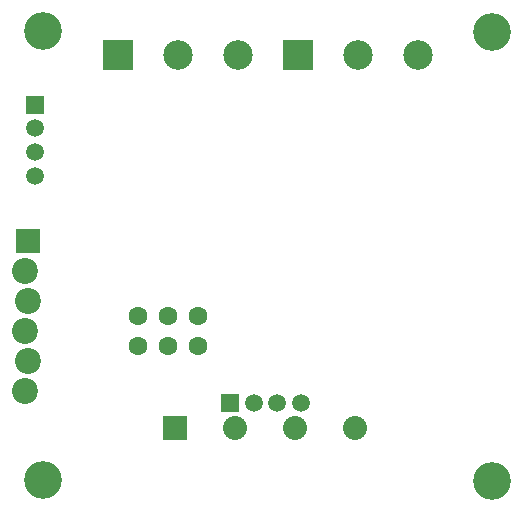
<source format=gbr>
%TF.GenerationSoftware,KiCad,Pcbnew,8.0.5*%
%TF.CreationDate,2024-10-28T18:07:44+00:00*%
%TF.ProjectId,WindSensorATMEGA328_PCB,57696e64-5365-46e7-936f-7241544d4547,rev?*%
%TF.SameCoordinates,PX5734380PY7df6180*%
%TF.FileFunction,Soldermask,Bot*%
%TF.FilePolarity,Negative*%
%FSLAX46Y46*%
G04 Gerber Fmt 4.6, Leading zero omitted, Abs format (unit mm)*
G04 Created by KiCad (PCBNEW 8.0.5) date 2024-10-28 18:07:44*
%MOMM*%
%LPD*%
G01*
G04 APERTURE LIST*
%ADD10R,2.499360X2.499360*%
%ADD11C,2.499360*%
%ADD12R,2.032000X2.032000*%
%ADD13R,1.500000X1.500000*%
%ADD14C,2.032000*%
%ADD15C,1.500000*%
%ADD16R,2.100580X2.100580*%
%ADD17C,2.199640*%
%ADD18C,3.200000*%
%ADD19C,1.600200*%
G04 APERTURE END LIST*
D10*
%TO.C,P11*%
X44704000Y37338000D03*
D11*
X49784000Y37338000D03*
X54864000Y37338000D03*
%TD*%
D10*
%TO.C,P8*%
X59944000Y37338000D03*
D11*
X65024000Y37338000D03*
X70104000Y37338000D03*
%TD*%
D12*
%TO.C,P2*%
X49530000Y5715000D03*
D13*
X54150000Y7826000D03*
D14*
X54610000Y5715000D03*
D15*
X56150000Y7826000D03*
X58150000Y7826000D03*
D14*
X59690000Y5715000D03*
D15*
X60150000Y7826000D03*
D14*
X64770000Y5715000D03*
%TD*%
D16*
%TO.C,P9*%
X37084000Y21590000D03*
D17*
X36830000Y19050000D03*
X37084000Y16510000D03*
X36830000Y13970000D03*
X37084000Y11430000D03*
X36830000Y8890000D03*
%TD*%
D13*
%TO.C,P10*%
X37671000Y33099000D03*
D15*
X37671000Y31099000D03*
X37671000Y29099000D03*
X37671000Y27099000D03*
%TD*%
D18*
%TO.C,P6*%
X38327000Y39343000D03*
X38327000Y1343000D03*
X76327000Y39243000D03*
X76327000Y1243000D03*
%TD*%
D19*
%TO.C,P4*%
X51435000Y15240000D03*
X51435000Y12700000D03*
X48895000Y15240000D03*
X48895000Y12700000D03*
X46355000Y15240000D03*
X46355000Y12700000D03*
%TD*%
M02*

</source>
